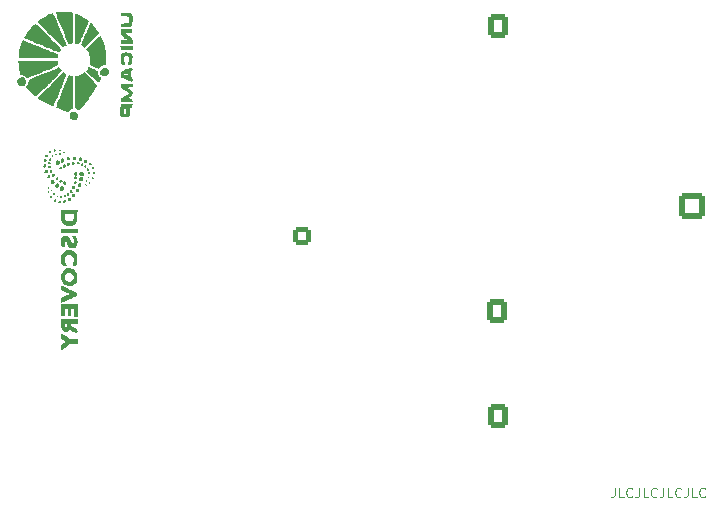
<source format=gbo>
G04 #@! TF.GenerationSoftware,KiCad,Pcbnew,9.0.1*
G04 #@! TF.CreationDate,2025-05-08T00:01:32-03:00*
G04 #@! TF.ProjectId,Controlador,436f6e74-726f-46c6-9164-6f722e6b6963,rev?*
G04 #@! TF.SameCoordinates,Original*
G04 #@! TF.FileFunction,Legend,Bot*
G04 #@! TF.FilePolarity,Positive*
%FSLAX46Y46*%
G04 Gerber Fmt 4.6, Leading zero omitted, Abs format (unit mm)*
G04 Created by KiCad (PCBNEW 9.0.1) date 2025-05-08 00:01:32*
%MOMM*%
%LPD*%
G01*
G04 APERTURE LIST*
G04 Aperture macros list*
%AMRoundRect*
0 Rectangle with rounded corners*
0 $1 Rounding radius*
0 $2 $3 $4 $5 $6 $7 $8 $9 X,Y pos of 4 corners*
0 Add a 4 corners polygon primitive as box body*
4,1,4,$2,$3,$4,$5,$6,$7,$8,$9,$2,$3,0*
0 Add four circle primitives for the rounded corners*
1,1,$1+$1,$2,$3*
1,1,$1+$1,$4,$5*
1,1,$1+$1,$6,$7*
1,1,$1+$1,$8,$9*
0 Add four rect primitives between the rounded corners*
20,1,$1+$1,$2,$3,$4,$5,0*
20,1,$1+$1,$4,$5,$6,$7,0*
20,1,$1+$1,$6,$7,$8,$9,0*
20,1,$1+$1,$8,$9,$2,$3,0*%
G04 Aperture macros list end*
%ADD10C,0.100000*%
%ADD11C,0.000000*%
%ADD12C,3.000000*%
%ADD13RoundRect,0.250000X-0.600000X-0.725000X0.600000X-0.725000X0.600000X0.725000X-0.600000X0.725000X0*%
%ADD14O,1.700000X1.950000*%
%ADD15C,1.100000*%
%ADD16RoundRect,0.249999X0.850001X-0.850001X0.850001X0.850001X-0.850001X0.850001X-0.850001X-0.850001X0*%
%ADD17C,2.200000*%
%ADD18R,2.000000X2.000000*%
%ADD19C,2.000000*%
%ADD20R,1.700000X1.700000*%
%ADD21C,1.700000*%
%ADD22RoundRect,0.250000X-0.550000X-0.550000X0.550000X-0.550000X0.550000X0.550000X-0.550000X0.550000X0*%
%ADD23C,1.600000*%
G04 APERTURE END LIST*
D10*
X82399836Y-73391895D02*
X82399836Y-73963323D01*
X82399836Y-73963323D02*
X82361741Y-74077609D01*
X82361741Y-74077609D02*
X82285550Y-74153800D01*
X82285550Y-74153800D02*
X82171265Y-74191895D01*
X82171265Y-74191895D02*
X82095074Y-74191895D01*
X83161741Y-74191895D02*
X82780789Y-74191895D01*
X82780789Y-74191895D02*
X82780789Y-73391895D01*
X83885551Y-74115704D02*
X83847455Y-74153800D01*
X83847455Y-74153800D02*
X83733170Y-74191895D01*
X83733170Y-74191895D02*
X83656979Y-74191895D01*
X83656979Y-74191895D02*
X83542693Y-74153800D01*
X83542693Y-74153800D02*
X83466503Y-74077609D01*
X83466503Y-74077609D02*
X83428408Y-74001419D01*
X83428408Y-74001419D02*
X83390312Y-73849038D01*
X83390312Y-73849038D02*
X83390312Y-73734752D01*
X83390312Y-73734752D02*
X83428408Y-73582371D01*
X83428408Y-73582371D02*
X83466503Y-73506180D01*
X83466503Y-73506180D02*
X83542693Y-73429990D01*
X83542693Y-73429990D02*
X83656979Y-73391895D01*
X83656979Y-73391895D02*
X83733170Y-73391895D01*
X83733170Y-73391895D02*
X83847455Y-73429990D01*
X83847455Y-73429990D02*
X83885551Y-73468085D01*
X84456979Y-73391895D02*
X84456979Y-73963323D01*
X84456979Y-73963323D02*
X84418884Y-74077609D01*
X84418884Y-74077609D02*
X84342693Y-74153800D01*
X84342693Y-74153800D02*
X84228408Y-74191895D01*
X84228408Y-74191895D02*
X84152217Y-74191895D01*
X85218884Y-74191895D02*
X84837932Y-74191895D01*
X84837932Y-74191895D02*
X84837932Y-73391895D01*
X85942694Y-74115704D02*
X85904598Y-74153800D01*
X85904598Y-74153800D02*
X85790313Y-74191895D01*
X85790313Y-74191895D02*
X85714122Y-74191895D01*
X85714122Y-74191895D02*
X85599836Y-74153800D01*
X85599836Y-74153800D02*
X85523646Y-74077609D01*
X85523646Y-74077609D02*
X85485551Y-74001419D01*
X85485551Y-74001419D02*
X85447455Y-73849038D01*
X85447455Y-73849038D02*
X85447455Y-73734752D01*
X85447455Y-73734752D02*
X85485551Y-73582371D01*
X85485551Y-73582371D02*
X85523646Y-73506180D01*
X85523646Y-73506180D02*
X85599836Y-73429990D01*
X85599836Y-73429990D02*
X85714122Y-73391895D01*
X85714122Y-73391895D02*
X85790313Y-73391895D01*
X85790313Y-73391895D02*
X85904598Y-73429990D01*
X85904598Y-73429990D02*
X85942694Y-73468085D01*
X86514122Y-73391895D02*
X86514122Y-73963323D01*
X86514122Y-73963323D02*
X86476027Y-74077609D01*
X86476027Y-74077609D02*
X86399836Y-74153800D01*
X86399836Y-74153800D02*
X86285551Y-74191895D01*
X86285551Y-74191895D02*
X86209360Y-74191895D01*
X87276027Y-74191895D02*
X86895075Y-74191895D01*
X86895075Y-74191895D02*
X86895075Y-73391895D01*
X87999837Y-74115704D02*
X87961741Y-74153800D01*
X87961741Y-74153800D02*
X87847456Y-74191895D01*
X87847456Y-74191895D02*
X87771265Y-74191895D01*
X87771265Y-74191895D02*
X87656979Y-74153800D01*
X87656979Y-74153800D02*
X87580789Y-74077609D01*
X87580789Y-74077609D02*
X87542694Y-74001419D01*
X87542694Y-74001419D02*
X87504598Y-73849038D01*
X87504598Y-73849038D02*
X87504598Y-73734752D01*
X87504598Y-73734752D02*
X87542694Y-73582371D01*
X87542694Y-73582371D02*
X87580789Y-73506180D01*
X87580789Y-73506180D02*
X87656979Y-73429990D01*
X87656979Y-73429990D02*
X87771265Y-73391895D01*
X87771265Y-73391895D02*
X87847456Y-73391895D01*
X87847456Y-73391895D02*
X87961741Y-73429990D01*
X87961741Y-73429990D02*
X87999837Y-73468085D01*
X88571265Y-73391895D02*
X88571265Y-73963323D01*
X88571265Y-73963323D02*
X88533170Y-74077609D01*
X88533170Y-74077609D02*
X88456979Y-74153800D01*
X88456979Y-74153800D02*
X88342694Y-74191895D01*
X88342694Y-74191895D02*
X88266503Y-74191895D01*
X89333170Y-74191895D02*
X88952218Y-74191895D01*
X88952218Y-74191895D02*
X88952218Y-73391895D01*
X90056980Y-74115704D02*
X90018884Y-74153800D01*
X90018884Y-74153800D02*
X89904599Y-74191895D01*
X89904599Y-74191895D02*
X89828408Y-74191895D01*
X89828408Y-74191895D02*
X89714122Y-74153800D01*
X89714122Y-74153800D02*
X89637932Y-74077609D01*
X89637932Y-74077609D02*
X89599837Y-74001419D01*
X89599837Y-74001419D02*
X89561741Y-73849038D01*
X89561741Y-73849038D02*
X89561741Y-73734752D01*
X89561741Y-73734752D02*
X89599837Y-73582371D01*
X89599837Y-73582371D02*
X89637932Y-73506180D01*
X89637932Y-73506180D02*
X89714122Y-73429990D01*
X89714122Y-73429990D02*
X89828408Y-73391895D01*
X89828408Y-73391895D02*
X89904599Y-73391895D01*
X89904599Y-73391895D02*
X90018884Y-73429990D01*
X90018884Y-73429990D02*
X90056980Y-73468085D01*
D11*
G36*
X33443333Y-33803166D02*
G01*
X33422166Y-33824333D01*
X33400999Y-33803166D01*
X33422166Y-33782000D01*
X33443333Y-33803166D01*
G37*
G36*
X33485666Y-33887833D02*
G01*
X33464499Y-33909000D01*
X33443333Y-33887833D01*
X33464499Y-33866666D01*
X33485666Y-33887833D01*
G37*
G36*
X33654999Y-34141833D02*
G01*
X33633833Y-34163000D01*
X33612666Y-34141833D01*
X33633833Y-34120666D01*
X33654999Y-34141833D01*
G37*
G36*
X33993666Y-34480500D02*
G01*
X33972499Y-34501666D01*
X33951333Y-34480500D01*
X33972499Y-34459333D01*
X33993666Y-34480500D01*
G37*
G36*
X34332333Y-34819166D02*
G01*
X34311166Y-34840333D01*
X34289999Y-34819166D01*
X34311166Y-34798000D01*
X34332333Y-34819166D01*
G37*
G36*
X39031333Y-35115500D02*
G01*
X39010167Y-35136666D01*
X38989000Y-35115500D01*
X39010167Y-35094333D01*
X39031333Y-35115500D01*
G37*
G36*
X34670999Y-35157833D02*
G01*
X34649833Y-35179000D01*
X34628666Y-35157833D01*
X34649833Y-35136666D01*
X34670999Y-35157833D01*
G37*
G36*
X35009666Y-35496500D02*
G01*
X34988499Y-35517666D01*
X34967333Y-35496500D01*
X34988499Y-35475333D01*
X35009666Y-35496500D01*
G37*
G36*
X35178999Y-35665833D02*
G01*
X35157833Y-35687000D01*
X35136666Y-35665833D01*
X35157833Y-35644666D01*
X35178999Y-35665833D01*
G37*
G36*
X35348333Y-35835166D02*
G01*
X35327166Y-35856333D01*
X35305999Y-35835166D01*
X35327166Y-35814000D01*
X35348333Y-35835166D01*
G37*
G36*
X36787666Y-36046833D02*
G01*
X36766499Y-36068000D01*
X36745333Y-36046833D01*
X36766499Y-36025666D01*
X36787666Y-36046833D01*
G37*
G36*
X35644666Y-36258500D02*
G01*
X35623499Y-36279666D01*
X35602333Y-36258500D01*
X35623499Y-36237333D01*
X35644666Y-36258500D01*
G37*
G36*
X37507333Y-36385500D02*
G01*
X37486167Y-36406666D01*
X37465000Y-36385500D01*
X37486167Y-36364333D01*
X37507333Y-36385500D01*
G37*
G36*
X35136666Y-37782500D02*
G01*
X35115499Y-37803667D01*
X35094333Y-37782500D01*
X35115499Y-37761333D01*
X35136666Y-37782500D01*
G37*
G36*
X37592000Y-38078833D02*
G01*
X37570833Y-38100000D01*
X37549667Y-38078833D01*
X37570833Y-38057667D01*
X37592000Y-38078833D01*
G37*
G36*
X37676667Y-38205833D02*
G01*
X37655500Y-38227000D01*
X37634333Y-38205833D01*
X37655500Y-38184667D01*
X37676667Y-38205833D01*
G37*
G36*
X39031333Y-38586833D02*
G01*
X39010167Y-38608000D01*
X38989000Y-38586833D01*
X39010167Y-38565667D01*
X39031333Y-38586833D01*
G37*
G36*
X33189333Y-40237833D02*
G01*
X33168166Y-40259000D01*
X33146999Y-40237833D01*
X33168166Y-40216667D01*
X33189333Y-40237833D01*
G37*
G36*
X33189333Y-40364833D02*
G01*
X33168166Y-40386000D01*
X33146999Y-40364833D01*
X33168166Y-40343667D01*
X33189333Y-40364833D01*
G37*
G36*
X34924999Y-41169167D02*
G01*
X34903833Y-41190333D01*
X34882666Y-41169167D01*
X34903833Y-41148000D01*
X34924999Y-41169167D01*
G37*
G36*
X36829999Y-41423167D02*
G01*
X36808833Y-41444333D01*
X36787666Y-41423167D01*
X36808833Y-41402000D01*
X36829999Y-41423167D01*
G37*
G36*
X41444333Y-42142833D02*
G01*
X41423167Y-42164000D01*
X41402000Y-42142833D01*
X41423167Y-42121667D01*
X41444333Y-42142833D01*
G37*
G36*
X41571333Y-36175176D02*
G01*
X41571333Y-36324686D01*
X41073917Y-36312760D01*
X40576500Y-36300833D01*
X40563234Y-36163250D01*
X40549969Y-36025666D01*
X41060651Y-36025666D01*
X41571333Y-36025666D01*
X41571333Y-36175176D01*
G37*
G36*
X36718612Y-41551836D02*
G01*
X36862902Y-41625830D01*
X36956594Y-41753718D01*
X36991174Y-41878009D01*
X36973368Y-42028348D01*
X36875590Y-42167256D01*
X36795558Y-42231067D01*
X36643792Y-42286585D01*
X36493536Y-42276340D01*
X36363434Y-42207490D01*
X36272132Y-42087192D01*
X36238274Y-41922605D01*
X36238663Y-41904100D01*
X36279006Y-41728021D01*
X36382398Y-41606058D01*
X36544448Y-41543651D01*
X36546470Y-41543328D01*
X36718612Y-41551836D01*
G37*
G36*
X39356203Y-37852409D02*
G01*
X39486206Y-37961074D01*
X39490543Y-37966515D01*
X39568981Y-38121139D01*
X39562816Y-38277680D01*
X39472070Y-38435419D01*
X39362311Y-38532820D01*
X39237134Y-38565667D01*
X39176538Y-38561024D01*
X39034850Y-38521169D01*
X38914038Y-38453360D01*
X38845963Y-38373270D01*
X38835034Y-38341753D01*
X38816242Y-38172505D01*
X38859668Y-38025484D01*
X38950344Y-37910328D01*
X39073304Y-37836672D01*
X39213579Y-37814154D01*
X39356203Y-37852409D01*
G37*
G36*
X32415596Y-38644892D02*
G01*
X32441762Y-38661241D01*
X32443493Y-38694618D01*
X32488134Y-38759515D01*
X32534482Y-38840533D01*
X32553146Y-38979805D01*
X32530032Y-39130346D01*
X32466593Y-39258458D01*
X32442862Y-39286521D01*
X32349011Y-39352108D01*
X32216056Y-39370000D01*
X32147577Y-39368713D01*
X32010368Y-39348553D01*
X31920380Y-39294024D01*
X31851582Y-39192447D01*
X31806534Y-39051853D01*
X31823243Y-38897142D01*
X31908186Y-38768412D01*
X32052452Y-38678137D01*
X32247132Y-38638787D01*
X32327079Y-38637550D01*
X32415596Y-38644892D01*
G37*
G36*
X38243253Y-34207899D02*
G01*
X38365176Y-34346186D01*
X38496842Y-34509052D01*
X38598700Y-34649073D01*
X38657486Y-34740288D01*
X38713399Y-34833792D01*
X38735000Y-34879888D01*
X38733357Y-34883367D01*
X38691902Y-34932123D01*
X38601296Y-35028941D01*
X38470484Y-35164527D01*
X38308408Y-35329586D01*
X38124012Y-35514825D01*
X37513025Y-36124723D01*
X37366616Y-36013052D01*
X37220207Y-35901380D01*
X37555294Y-35085106D01*
X37576021Y-35034645D01*
X37680217Y-34781784D01*
X37776458Y-34549509D01*
X37858723Y-34352267D01*
X37920992Y-34204504D01*
X37957244Y-34120666D01*
X38024107Y-33972500D01*
X38243253Y-34207899D01*
G37*
G36*
X36798249Y-33255501D02*
G01*
X36899404Y-33294646D01*
X37062272Y-33369897D01*
X37255535Y-33467291D01*
X37456828Y-33575517D01*
X37643789Y-33683260D01*
X37730122Y-33736838D01*
X37820971Y-33803884D01*
X37855546Y-33854161D01*
X37846052Y-33900796D01*
X37818454Y-33960571D01*
X37764932Y-34085584D01*
X37691349Y-34261870D01*
X37603435Y-34475697D01*
X37506923Y-34713333D01*
X37456455Y-34838577D01*
X37334768Y-35141762D01*
X37239303Y-35377742D01*
X37164882Y-35554390D01*
X37106326Y-35679576D01*
X37058459Y-35761172D01*
X37016104Y-35807052D01*
X36974083Y-35825086D01*
X36927218Y-35823146D01*
X36870333Y-35809105D01*
X36798249Y-35790835D01*
X36703000Y-35770053D01*
X36703000Y-34498007D01*
X36703000Y-33225961D01*
X36798249Y-33255501D01*
G37*
G36*
X35275678Y-37412083D02*
G01*
X35288840Y-37500054D01*
X35299078Y-37570833D01*
X35280697Y-37585597D01*
X35195496Y-37630596D01*
X35050871Y-37699663D01*
X34857820Y-37788023D01*
X34627344Y-37890902D01*
X34370442Y-38003526D01*
X34098112Y-38121118D01*
X33821355Y-38238907D01*
X33551170Y-38352116D01*
X33298556Y-38455971D01*
X33074512Y-38545698D01*
X32890039Y-38616522D01*
X32654245Y-38704064D01*
X32542713Y-38592532D01*
X32488353Y-38542693D01*
X32412349Y-38498010D01*
X32310630Y-38474507D01*
X32153728Y-38462318D01*
X32125044Y-38452295D01*
X32067279Y-38370146D01*
X32016649Y-38204977D01*
X31973036Y-37956332D01*
X31936321Y-37623750D01*
X31907160Y-37295666D01*
X33582601Y-37295666D01*
X35258042Y-37295666D01*
X35275678Y-37412083D01*
G37*
G36*
X36321136Y-38503183D02*
G01*
X36336797Y-38506195D01*
X36441539Y-38530318D01*
X36501594Y-38550842D01*
X36506023Y-38566534D01*
X36513475Y-38654988D01*
X36520107Y-38812177D01*
X36525681Y-39027882D01*
X36529958Y-39291881D01*
X36532699Y-39593954D01*
X36533666Y-39923880D01*
X36533666Y-41277096D01*
X36417249Y-41321201D01*
X36314631Y-41374064D01*
X36202848Y-41457101D01*
X36104864Y-41548896D01*
X35615639Y-41380886D01*
X35609064Y-41378624D01*
X35419878Y-41310213D01*
X35262471Y-41247178D01*
X35153095Y-41196434D01*
X35108002Y-41164895D01*
X35113099Y-41136261D01*
X35145672Y-41036063D01*
X35204565Y-40874015D01*
X35286170Y-40659557D01*
X35386878Y-40402130D01*
X35503081Y-40111174D01*
X35631171Y-39796130D01*
X36172751Y-38475345D01*
X36321136Y-38503183D01*
G37*
G36*
X37879072Y-37767325D02*
G01*
X37958678Y-37799655D01*
X38088261Y-37853713D01*
X38250546Y-37922333D01*
X38326721Y-37954791D01*
X38474505Y-38020418D01*
X38565659Y-38070711D01*
X38615519Y-38118446D01*
X38639418Y-38176396D01*
X38652692Y-38257336D01*
X38660241Y-38303357D01*
X38729957Y-38493491D01*
X38851417Y-38620687D01*
X38873783Y-38637781D01*
X38904451Y-38684187D01*
X38903703Y-38690485D01*
X38879055Y-38755015D01*
X38830557Y-38853129D01*
X38773220Y-38957296D01*
X38722056Y-39039986D01*
X38692077Y-39073667D01*
X38670216Y-39057292D01*
X38596545Y-38989966D01*
X38481361Y-38879682D01*
X38334924Y-38736298D01*
X38167494Y-38569671D01*
X37664811Y-38065676D01*
X37758858Y-37913504D01*
X37783151Y-37874707D01*
X37836619Y-37793622D01*
X37862415Y-37761333D01*
X37879072Y-37767325D01*
G37*
G36*
X38042637Y-38741123D02*
G01*
X38185894Y-38885529D01*
X38337458Y-39042050D01*
X38457757Y-39170552D01*
X38537068Y-39260609D01*
X38565667Y-39301797D01*
X38551494Y-39352110D01*
X38495293Y-39468191D01*
X38404003Y-39629634D01*
X38285869Y-39823354D01*
X38149142Y-40036269D01*
X38002067Y-40255294D01*
X37852892Y-40467347D01*
X37709866Y-40659344D01*
X37634894Y-40754301D01*
X37515455Y-40900097D01*
X37388203Y-41050772D01*
X37265415Y-41192236D01*
X37159367Y-41310401D01*
X37082337Y-41391180D01*
X37046602Y-41420483D01*
X37036903Y-41418108D01*
X36967171Y-41391585D01*
X36861750Y-41345832D01*
X36703000Y-41273864D01*
X36703000Y-39904009D01*
X36703000Y-38534154D01*
X36882917Y-38505499D01*
X36971908Y-38483878D01*
X37133546Y-38424597D01*
X37291220Y-38348096D01*
X37519608Y-38219349D01*
X38042637Y-38741123D01*
G37*
G36*
X35697773Y-33110656D02*
G01*
X35911212Y-33115337D01*
X36114181Y-33123134D01*
X36288739Y-33133695D01*
X36416948Y-33146668D01*
X36480869Y-33161699D01*
X36495008Y-33186154D01*
X36507994Y-33254170D01*
X36517987Y-33371731D01*
X36525269Y-33545858D01*
X36530122Y-33783572D01*
X36532827Y-34091895D01*
X36533666Y-34477849D01*
X36533666Y-35761367D01*
X36355115Y-35806688D01*
X36306189Y-35818619D01*
X36209469Y-35838583D01*
X36166257Y-35841701D01*
X36155064Y-35817458D01*
X36114629Y-35723538D01*
X36048466Y-35567459D01*
X35960391Y-35358291D01*
X35854224Y-35105109D01*
X35733782Y-34816983D01*
X35602883Y-34502987D01*
X35585670Y-34461602D01*
X35429839Y-34082513D01*
X35301372Y-33761442D01*
X35201711Y-33502241D01*
X35132301Y-33308764D01*
X35094586Y-33184862D01*
X35090009Y-33134390D01*
X35098086Y-33130135D01*
X35174019Y-33118831D01*
X35311238Y-33112051D01*
X35491802Y-33109443D01*
X35697773Y-33110656D01*
G37*
G36*
X41205083Y-33153526D02*
G01*
X41340147Y-33168996D01*
X41434095Y-33202110D01*
X41504873Y-33255920D01*
X41504946Y-33255994D01*
X41537109Y-33308454D01*
X41557508Y-33398618D01*
X41568223Y-33542082D01*
X41571333Y-33754437D01*
X41570909Y-33883244D01*
X41563227Y-34086563D01*
X41536957Y-34224304D01*
X41480730Y-34309226D01*
X41383176Y-34354088D01*
X41232922Y-34371648D01*
X41018599Y-34374666D01*
X40921027Y-34374602D01*
X40763278Y-34372638D01*
X40667570Y-34364976D01*
X40618400Y-34347720D01*
X40600266Y-34316971D01*
X40597667Y-34268833D01*
X40597546Y-34194487D01*
X40597139Y-34131250D01*
X40599449Y-34127284D01*
X40655329Y-34109456D01*
X40770677Y-34092050D01*
X40925222Y-34078333D01*
X41253833Y-34057166D01*
X41253833Y-33782000D01*
X41253833Y-33506833D01*
X40915166Y-33485666D01*
X40576500Y-33464500D01*
X40576500Y-33316333D01*
X40576500Y-33168166D01*
X40915024Y-33155614D01*
X41010956Y-33152648D01*
X41205083Y-33153526D01*
G37*
G36*
X32605730Y-35609200D02*
G01*
X32626963Y-35618241D01*
X32926974Y-35745106D01*
X33240686Y-35876329D01*
X33557903Y-36007782D01*
X33868431Y-36135333D01*
X34162076Y-36254853D01*
X34428644Y-36362210D01*
X34657939Y-36453276D01*
X34839768Y-36523920D01*
X34963937Y-36570011D01*
X35020249Y-36587420D01*
X35059140Y-36595190D01*
X35094333Y-36622752D01*
X35121316Y-36648597D01*
X35200734Y-36678193D01*
X35255422Y-36699758D01*
X35286801Y-36748399D01*
X35280981Y-36838635D01*
X35240292Y-36988750D01*
X35240026Y-36989485D01*
X35215879Y-37003371D01*
X35151836Y-37014748D01*
X35041503Y-37023818D01*
X34878484Y-37030784D01*
X34656386Y-37035849D01*
X34368813Y-37039216D01*
X34009369Y-37041087D01*
X33571661Y-37041666D01*
X31919333Y-37041666D01*
X31919333Y-36940509D01*
X31920580Y-36895777D01*
X31944650Y-36690838D01*
X31995251Y-36436126D01*
X32066960Y-36153604D01*
X32154356Y-35865237D01*
X32252014Y-35592989D01*
X32297294Y-35477812D01*
X32605730Y-35609200D01*
G37*
G36*
X35832825Y-38292200D02*
G01*
X35865508Y-38310534D01*
X35949622Y-38366476D01*
X35983333Y-38403912D01*
X35969178Y-38448135D01*
X35926732Y-38560204D01*
X35860569Y-38728454D01*
X35775298Y-38941657D01*
X35675529Y-39188588D01*
X35565871Y-39458022D01*
X35450936Y-39738731D01*
X35335333Y-40019490D01*
X35223672Y-40289074D01*
X35120562Y-40536255D01*
X35030615Y-40749808D01*
X34958440Y-40918507D01*
X34908647Y-41031126D01*
X34885847Y-41076439D01*
X34847891Y-41074071D01*
X34747595Y-41040051D01*
X34601497Y-40979411D01*
X34425007Y-40899393D01*
X34233535Y-40807233D01*
X34042489Y-40710172D01*
X33867279Y-40615448D01*
X33723313Y-40530301D01*
X33669732Y-40493936D01*
X33572760Y-40406702D01*
X33540159Y-40336764D01*
X33546720Y-40299433D01*
X33566701Y-40283591D01*
X33592974Y-40265872D01*
X33672991Y-40194967D01*
X33799688Y-40076371D01*
X33966150Y-39916723D01*
X34165464Y-39722660D01*
X34390715Y-39500823D01*
X34634989Y-39257848D01*
X35682318Y-38211147D01*
X35832825Y-38292200D01*
G37*
G36*
X38881418Y-35118430D02*
G01*
X38939312Y-35210862D01*
X39007243Y-35358358D01*
X39079447Y-35545718D01*
X39150162Y-35757743D01*
X39213625Y-35979237D01*
X39264075Y-36195000D01*
X39274356Y-36253107D01*
X39297010Y-36444801D01*
X39313329Y-36676052D01*
X39322611Y-36922132D01*
X39324154Y-37158310D01*
X39317253Y-37359857D01*
X39301208Y-37502042D01*
X39281014Y-37575842D01*
X39233265Y-37623854D01*
X39133348Y-37634333D01*
X38994508Y-37663955D01*
X38841575Y-37766361D01*
X38691203Y-37898389D01*
X38321518Y-37750828D01*
X37951833Y-37603267D01*
X37966590Y-37325147D01*
X37970646Y-37151951D01*
X37962666Y-36971739D01*
X37942981Y-36831628D01*
X37913814Y-36746423D01*
X37877387Y-36730931D01*
X37852666Y-36735845D01*
X37860213Y-36684689D01*
X37863796Y-36671485D01*
X37845442Y-36571264D01*
X37766468Y-36428876D01*
X37644123Y-36247594D01*
X38221859Y-35670963D01*
X38236636Y-35656231D01*
X38417310Y-35478596D01*
X38578676Y-35324345D01*
X38710716Y-35202723D01*
X38803413Y-35122971D01*
X38846751Y-35094333D01*
X38881418Y-35118430D01*
G37*
G36*
X41324531Y-34550612D02*
G01*
X41453294Y-34555049D01*
X41518258Y-34563309D01*
X41556085Y-34609314D01*
X41563454Y-34723625D01*
X41560566Y-34752170D01*
X41546667Y-34815690D01*
X41509469Y-34850891D01*
X41428598Y-34869356D01*
X41283678Y-34882666D01*
X41017189Y-34903833D01*
X41293541Y-35136666D01*
X41299408Y-35141610D01*
X41430991Y-35254491D01*
X41511044Y-35334825D01*
X41552425Y-35403732D01*
X41567995Y-35482333D01*
X41570613Y-35591750D01*
X41571333Y-35814000D01*
X41084500Y-35814000D01*
X40597667Y-35814000D01*
X40597667Y-35645807D01*
X40597667Y-35477615D01*
X40892154Y-35487057D01*
X41186641Y-35496500D01*
X41072070Y-35405059D01*
X41029636Y-35373260D01*
X40954372Y-35340206D01*
X40894000Y-35362726D01*
X40879301Y-35373951D01*
X40851496Y-35389510D01*
X40882084Y-35345600D01*
X40893295Y-35329070D01*
X40899090Y-35281514D01*
X40856523Y-35221114D01*
X40755084Y-35130032D01*
X40678161Y-35063174D01*
X40610523Y-34984304D01*
X40582709Y-34898869D01*
X40577876Y-34772931D01*
X40579253Y-34565166D01*
X41019514Y-34553017D01*
X41152768Y-34550427D01*
X41324531Y-34550612D01*
G37*
G36*
X40997000Y-40936333D02*
G01*
X41068378Y-40936333D01*
X41576444Y-40936333D01*
X41563305Y-41095083D01*
X41550383Y-41188806D01*
X41519027Y-41238215D01*
X41454917Y-41243749D01*
X41425389Y-41242065D01*
X41372191Y-41265616D01*
X41357524Y-41349582D01*
X41357190Y-41366942D01*
X41346852Y-41620321D01*
X41323172Y-41801509D01*
X41279474Y-41922072D01*
X41209083Y-41993574D01*
X41105324Y-42027579D01*
X40961522Y-42035654D01*
X40891031Y-42032329D01*
X40755303Y-42009993D01*
X40665513Y-41973510D01*
X40608847Y-41938624D01*
X40559680Y-41928592D01*
X40559422Y-41928727D01*
X40550674Y-41893663D01*
X40545460Y-41790104D01*
X40544181Y-41633775D01*
X40544501Y-41613517D01*
X40857978Y-41613517D01*
X40875386Y-41690794D01*
X40917210Y-41726142D01*
X40958432Y-41732669D01*
X41018488Y-41702397D01*
X41037969Y-41642874D01*
X41052262Y-41534287D01*
X41056649Y-41413744D01*
X41050161Y-41313127D01*
X41031825Y-41264318D01*
X40997000Y-41249819D01*
X40924512Y-41253902D01*
X40880682Y-41327220D01*
X40860021Y-41476557D01*
X40857978Y-41613517D01*
X40544501Y-41613517D01*
X40547239Y-41440403D01*
X40560312Y-40936333D01*
X40997000Y-40936333D01*
G37*
G36*
X34806348Y-33228258D02*
G01*
X34837038Y-33252676D01*
X34873091Y-33301815D01*
X34918362Y-33383322D01*
X34976705Y-33504843D01*
X35051973Y-33674025D01*
X35148020Y-33898514D01*
X35268700Y-34185957D01*
X35417868Y-34544000D01*
X35444679Y-34608395D01*
X35519481Y-34787575D01*
X35585392Y-34944821D01*
X35630629Y-35052000D01*
X35648244Y-35093432D01*
X35704497Y-35225975D01*
X35777176Y-35397405D01*
X35855018Y-35581166D01*
X35899016Y-35685154D01*
X35960467Y-35830699D01*
X36003581Y-35933218D01*
X36021004Y-35975248D01*
X36021147Y-35977699D01*
X35991275Y-35967075D01*
X35986493Y-35965171D01*
X35924261Y-35978505D01*
X35832525Y-36027556D01*
X35708166Y-36109293D01*
X34618083Y-35020035D01*
X34617936Y-35019889D01*
X34368803Y-34770228D01*
X34139693Y-34539252D01*
X33937276Y-34333793D01*
X33768226Y-34160685D01*
X33639215Y-34026759D01*
X33556915Y-33938848D01*
X33527999Y-33903785D01*
X33553895Y-33864114D01*
X33642702Y-33791660D01*
X33779875Y-33699741D01*
X33949933Y-33596978D01*
X34137396Y-33491994D01*
X34326784Y-33393409D01*
X34502617Y-33309846D01*
X34649413Y-33249925D01*
X34751693Y-33222269D01*
X34777168Y-33220916D01*
X34806348Y-33228258D01*
G37*
G36*
X41538935Y-37819608D02*
G01*
X41569640Y-37911337D01*
X41552968Y-38022488D01*
X41486667Y-38100000D01*
X41480184Y-38103608D01*
X41431809Y-38150186D01*
X41408217Y-38232678D01*
X41402000Y-38375167D01*
X41402051Y-38392793D01*
X41409671Y-38528202D01*
X41435407Y-38606021D01*
X41486667Y-38650333D01*
X41546679Y-38709867D01*
X41571333Y-38835267D01*
X41571296Y-38843077D01*
X41563850Y-38943902D01*
X41547384Y-38998838D01*
X41509515Y-38991549D01*
X41411083Y-38958515D01*
X41271131Y-38906684D01*
X41108432Y-38843491D01*
X40941763Y-38776374D01*
X40789897Y-38712770D01*
X40671610Y-38660114D01*
X40605678Y-38625842D01*
X40599907Y-38604400D01*
X40591223Y-38518583D01*
X40584511Y-38391307D01*
X40584456Y-38389759D01*
X40830500Y-38389759D01*
X40953016Y-38436651D01*
X41048940Y-38475803D01*
X41111766Y-38505936D01*
X41113849Y-38507010D01*
X41138038Y-38481631D01*
X41148000Y-38398832D01*
X41147199Y-38322324D01*
X41132114Y-38280007D01*
X41081227Y-38285264D01*
X40972943Y-38329546D01*
X40830500Y-38389759D01*
X40584456Y-38389759D01*
X40576500Y-38165648D01*
X41042167Y-37968848D01*
X41132114Y-37931889D01*
X41198011Y-37904812D01*
X41378343Y-37838744D01*
X41490655Y-37810742D01*
X41538935Y-37819608D01*
G37*
G36*
X33395694Y-34103963D02*
G01*
X33482301Y-34183061D01*
X33615242Y-34309020D01*
X33787559Y-34475128D01*
X33992294Y-34674676D01*
X34222488Y-34900953D01*
X34471183Y-35147250D01*
X34705993Y-35380860D01*
X34935319Y-35609495D01*
X35138446Y-35812509D01*
X35308593Y-35983101D01*
X35438976Y-36114470D01*
X35522814Y-36199815D01*
X35553325Y-36232336D01*
X35552527Y-36239656D01*
X35524797Y-36299479D01*
X35469733Y-36394559D01*
X35467630Y-36397943D01*
X35384074Y-36498972D01*
X35310983Y-36520635D01*
X35309529Y-36520189D01*
X35248276Y-36497039D01*
X35120733Y-36446186D01*
X34938007Y-36372217D01*
X34711209Y-36279719D01*
X34451448Y-36173279D01*
X34169833Y-36057484D01*
X33877473Y-35936921D01*
X33585477Y-35816177D01*
X33304954Y-35699840D01*
X33047014Y-35592496D01*
X32822766Y-35498732D01*
X32643320Y-35423137D01*
X32519782Y-35370294D01*
X32463265Y-35344794D01*
X32458758Y-35342367D01*
X32419068Y-35310724D01*
X32420827Y-35262504D01*
X32464185Y-35169165D01*
X32467573Y-35162606D01*
X32552487Y-35018634D01*
X32667332Y-34850096D01*
X32800996Y-34670480D01*
X32942369Y-34493276D01*
X33080340Y-34331971D01*
X33203798Y-34200053D01*
X33301633Y-34111011D01*
X33362735Y-34078333D01*
X33395694Y-34103963D01*
G37*
G36*
X40646561Y-39193663D02*
G01*
X40755227Y-39197289D01*
X40914487Y-39199756D01*
X41105667Y-39200667D01*
X41571333Y-39200667D01*
X41571333Y-39348833D01*
X41571333Y-39497000D01*
X41327917Y-39498413D01*
X41084500Y-39499826D01*
X41327917Y-39652890D01*
X41376649Y-39683708D01*
X41486050Y-39758785D01*
X41544197Y-39819641D01*
X41567241Y-39888479D01*
X41571333Y-39987501D01*
X41571332Y-39991789D01*
X41566520Y-40094252D01*
X41540296Y-40161379D01*
X41474666Y-40217791D01*
X41351635Y-40288108D01*
X41131938Y-40407167D01*
X41341052Y-40428333D01*
X41433071Y-40438986D01*
X41514147Y-40460786D01*
X41549823Y-40504600D01*
X41563432Y-40587083D01*
X41576698Y-40724667D01*
X41067304Y-40724667D01*
X40557911Y-40724667D01*
X40563628Y-40572609D01*
X40565551Y-40521968D01*
X40573293Y-40472564D01*
X40597309Y-40428450D01*
X40648652Y-40379510D01*
X40738372Y-40315626D01*
X40877523Y-40226684D01*
X41077156Y-40102567D01*
X41281478Y-39975650D01*
X41055989Y-39835564D01*
X40873075Y-39722037D01*
X40729834Y-39631032D01*
X40637538Y-39565621D01*
X40585534Y-39515250D01*
X40563170Y-39469364D01*
X40559794Y-39417411D01*
X40564754Y-39348833D01*
X40568357Y-39309752D01*
X40585897Y-39220605D01*
X40608250Y-39190083D01*
X40646561Y-39193663D01*
G37*
G36*
X41063825Y-36533674D02*
G01*
X41226890Y-36537370D01*
X41332297Y-36552260D01*
X41405399Y-36584864D01*
X41471554Y-36641705D01*
X41516949Y-36690798D01*
X41550575Y-36748089D01*
X41567019Y-36825540D01*
X41570412Y-36944610D01*
X41564880Y-37126753D01*
X41554164Y-37293693D01*
X41524601Y-37463903D01*
X41472493Y-37568510D01*
X41391647Y-37618153D01*
X41275872Y-37623476D01*
X41232880Y-37615934D01*
X41180159Y-37573778D01*
X41159849Y-37474104D01*
X41164899Y-37373048D01*
X41211894Y-37310824D01*
X41240022Y-37283187D01*
X41267941Y-37192706D01*
X41275238Y-37073565D01*
X41260971Y-36958638D01*
X41224200Y-36880800D01*
X41166570Y-36848481D01*
X41063333Y-36830000D01*
X41038912Y-36830666D01*
X40929573Y-36863298D01*
X40869815Y-36952607D01*
X40851667Y-37109104D01*
X40851770Y-37123703D01*
X40869040Y-37253619D01*
X40917565Y-37311895D01*
X40963424Y-37362071D01*
X40967886Y-37475175D01*
X40955184Y-37535094D01*
X40895426Y-37614953D01*
X40799980Y-37622681D01*
X40678916Y-37555478D01*
X40646819Y-37527236D01*
X40608689Y-37475320D01*
X40586225Y-37400197D01*
X40574477Y-37281381D01*
X40568498Y-37098389D01*
X40567042Y-37015630D01*
X40568569Y-36857604D01*
X40580454Y-36754561D01*
X40606362Y-36685374D01*
X40649960Y-36628916D01*
X40702386Y-36582679D01*
X40774085Y-36551669D01*
X40882478Y-36537222D01*
X41051470Y-36533666D01*
X41063825Y-36533674D01*
G37*
G36*
X35460617Y-37912821D02*
G01*
X35476433Y-37932877D01*
X35535697Y-38014514D01*
X35559789Y-38059258D01*
X35559730Y-38059887D01*
X35529478Y-38100988D01*
X35454455Y-38182916D01*
X35350234Y-38288627D01*
X35344630Y-38294172D01*
X35245352Y-38402340D01*
X35181448Y-38490857D01*
X35166521Y-38541036D01*
X35174392Y-38558166D01*
X35156703Y-38554222D01*
X35133055Y-38551936D01*
X35064924Y-38589778D01*
X34979134Y-38661695D01*
X34896850Y-38747039D01*
X34839238Y-38825163D01*
X34827460Y-38875420D01*
X34834463Y-38890686D01*
X34811420Y-38891461D01*
X34788564Y-38892388D01*
X34720121Y-38933604D01*
X34633574Y-39007194D01*
X34550357Y-39092329D01*
X34491901Y-39168180D01*
X34479638Y-39213917D01*
X34484269Y-39220567D01*
X34472583Y-39220972D01*
X34451121Y-39221153D01*
X34385494Y-39262642D01*
X34301751Y-39337979D01*
X34220723Y-39425731D01*
X34163238Y-39504467D01*
X34150127Y-39552753D01*
X34157180Y-39568016D01*
X34134721Y-39569187D01*
X34134690Y-39569167D01*
X34090489Y-39587548D01*
X34000886Y-39656287D01*
X33878895Y-39764503D01*
X33737531Y-39901312D01*
X33597533Y-40038640D01*
X33474206Y-40153143D01*
X33383199Y-40230556D01*
X33337787Y-40259000D01*
X33308660Y-40247626D01*
X33225475Y-40186040D01*
X33111365Y-40084068D01*
X32981305Y-39956605D01*
X32850271Y-39818544D01*
X32733240Y-39684779D01*
X32645188Y-39570204D01*
X32588194Y-39479645D01*
X32553283Y-39404259D01*
X32560870Y-39379704D01*
X32586287Y-39374648D01*
X32644819Y-39315751D01*
X32703169Y-39213498D01*
X32747989Y-39093749D01*
X32765934Y-38982367D01*
X32767037Y-38956176D01*
X32784030Y-38903230D01*
X32833820Y-38856486D01*
X32931980Y-38804185D01*
X33094083Y-38734568D01*
X33099923Y-38732158D01*
X33301722Y-38648283D01*
X33516000Y-38558300D01*
X33697333Y-38481283D01*
X33699531Y-38480341D01*
X33903633Y-38393371D01*
X34140791Y-38293112D01*
X34392510Y-38187300D01*
X34640294Y-38083671D01*
X34865647Y-37989960D01*
X35050073Y-37913903D01*
X35175077Y-37863236D01*
X35361655Y-37789143D01*
X35460617Y-37912821D01*
G37*
G36*
X34767621Y-48168022D02*
G01*
X34798000Y-48221772D01*
X34786873Y-48260832D01*
X34723916Y-48277398D01*
X34670283Y-48250838D01*
X34667239Y-48202319D01*
X34732263Y-48165564D01*
X34767621Y-48168022D01*
G37*
G36*
X35502036Y-44784608D02*
G01*
X35517107Y-44847407D01*
X35483895Y-44903419D01*
X35462692Y-44909080D01*
X35393805Y-44889437D01*
X35361279Y-44841304D01*
X35385223Y-44785869D01*
X35456665Y-44760066D01*
X35502036Y-44784608D01*
G37*
G36*
X35471644Y-45033866D02*
G01*
X35513101Y-45090212D01*
X35507424Y-45154417D01*
X35456665Y-45184815D01*
X35430818Y-45181194D01*
X35367220Y-45138639D01*
X35363254Y-45079729D01*
X35408244Y-45031949D01*
X35471644Y-45033866D01*
G37*
G36*
X35156215Y-45113990D02*
G01*
X35170941Y-45174196D01*
X35154107Y-45213218D01*
X35094333Y-45248528D01*
X35059468Y-45237387D01*
X35017725Y-45174196D01*
X35024853Y-45121363D01*
X35094333Y-45099865D01*
X35156215Y-45113990D01*
G37*
G36*
X37895374Y-47023062D02*
G01*
X37930667Y-47074949D01*
X37914952Y-47112103D01*
X37846000Y-47138661D01*
X37796626Y-47126836D01*
X37761333Y-47074949D01*
X37777048Y-47037795D01*
X37846000Y-47011237D01*
X37895374Y-47023062D01*
G37*
G36*
X38241442Y-47111634D02*
G01*
X38269333Y-47184251D01*
X38258283Y-47229663D01*
X38208336Y-47259616D01*
X38147318Y-47238776D01*
X38107965Y-47170030D01*
X38114094Y-47119073D01*
X38181563Y-47096186D01*
X38241442Y-47111634D01*
G37*
G36*
X37741109Y-47325237D02*
G01*
X37761333Y-47389971D01*
X37749688Y-47442732D01*
X37694729Y-47478461D01*
X37672727Y-47474172D01*
X37642729Y-47429090D01*
X37655704Y-47364864D01*
X37708417Y-47319160D01*
X37741109Y-47325237D01*
G37*
G36*
X37975235Y-47501084D02*
G01*
X38005286Y-47541235D01*
X37987138Y-47601560D01*
X37916575Y-47640856D01*
X37878309Y-47638922D01*
X37846000Y-47590269D01*
X37852647Y-47549875D01*
X37902561Y-47494098D01*
X37975235Y-47501084D01*
G37*
G36*
X37649774Y-47663833D02*
G01*
X37676667Y-47736850D01*
X37674330Y-47762258D01*
X37641412Y-47805792D01*
X37592498Y-47789973D01*
X37557146Y-47719172D01*
X37559199Y-47680206D01*
X37610063Y-47648360D01*
X37649774Y-47663833D01*
G37*
G36*
X34474595Y-47932681D02*
G01*
X34498800Y-47974460D01*
X34491416Y-48041435D01*
X34438166Y-48073109D01*
X34408607Y-48066028D01*
X34374666Y-48011904D01*
X34381701Y-47971403D01*
X34422796Y-47922803D01*
X34474595Y-47932681D01*
G37*
G36*
X34518694Y-48274252D02*
G01*
X34543222Y-48315608D01*
X34529064Y-48382314D01*
X34459333Y-48412909D01*
X34409940Y-48401722D01*
X34374666Y-48353741D01*
X34398150Y-48300329D01*
X34459948Y-48262979D01*
X34518694Y-48274252D01*
G37*
G36*
X34984361Y-48444152D02*
G01*
X35008889Y-48485507D01*
X34994731Y-48552213D01*
X34925000Y-48582808D01*
X34875606Y-48571621D01*
X34840333Y-48523640D01*
X34863817Y-48470228D01*
X34925614Y-48432879D01*
X34984361Y-48444152D01*
G37*
G36*
X35278659Y-48654485D02*
G01*
X35296180Y-48684539D01*
X35279041Y-48747435D01*
X35207241Y-48787679D01*
X35160199Y-48781520D01*
X35136666Y-48713348D01*
X35148933Y-48662409D01*
X35206030Y-48624395D01*
X35278659Y-48654485D01*
G37*
G36*
X34732856Y-48681900D02*
G01*
X34755666Y-48749594D01*
X34740270Y-48809673D01*
X34667895Y-48837658D01*
X34622635Y-48826571D01*
X34592782Y-48776456D01*
X34613552Y-48715235D01*
X34682069Y-48675750D01*
X34732856Y-48681900D01*
G37*
G36*
X35062870Y-48977981D02*
G01*
X35094333Y-49047526D01*
X35074865Y-49129002D01*
X35015551Y-49163286D01*
X34937095Y-49122847D01*
X34897716Y-49054479D01*
X34922074Y-48990992D01*
X35012165Y-48965083D01*
X35062870Y-48977981D01*
G37*
G36*
X36914667Y-51662240D02*
G01*
X36914667Y-51853377D01*
X36216167Y-51853377D01*
X35517666Y-51853377D01*
X35517666Y-51662240D01*
X35517666Y-51471103D01*
X36216167Y-51471103D01*
X36914667Y-51471103D01*
X36914667Y-51662240D01*
G37*
G36*
X35810311Y-44948916D02*
G01*
X35825496Y-44960440D01*
X35856333Y-45014915D01*
X35842941Y-45054985D01*
X35783933Y-45085966D01*
X35717178Y-45062184D01*
X35707665Y-45050534D01*
X35702434Y-44988893D01*
X35745749Y-44943954D01*
X35810311Y-44948916D01*
G37*
G36*
X34390241Y-45214600D02*
G01*
X34412720Y-45270685D01*
X34386168Y-45345456D01*
X34315753Y-45390262D01*
X34254648Y-45386547D01*
X34193708Y-45331141D01*
X34192612Y-45241761D01*
X34232859Y-45201376D01*
X34315979Y-45185458D01*
X34390241Y-45214600D01*
G37*
G36*
X34854444Y-45255607D02*
G01*
X34869943Y-45276012D01*
X34877195Y-45353800D01*
X34823305Y-45410956D01*
X34796038Y-45418973D01*
X34733745Y-45398660D01*
X34713333Y-45305161D01*
X34726006Y-45259576D01*
X34783791Y-45226517D01*
X34854444Y-45255607D01*
G37*
G36*
X38013540Y-45885080D02*
G01*
X38078396Y-45928665D01*
X38097726Y-46001825D01*
X38060823Y-46068743D01*
X37973580Y-46098026D01*
X37903541Y-46084780D01*
X37853193Y-46019183D01*
X37855166Y-45943652D01*
X37911007Y-45882847D01*
X38013540Y-45885080D01*
G37*
G36*
X34644241Y-46149048D02*
G01*
X34666720Y-46205133D01*
X34640168Y-46279904D01*
X34569753Y-46324711D01*
X34508648Y-46320995D01*
X34447708Y-46265589D01*
X34446612Y-46176209D01*
X34486859Y-46135824D01*
X34569979Y-46119906D01*
X34644241Y-46149048D01*
G37*
G36*
X37826861Y-46347778D02*
G01*
X37869012Y-46382597D01*
X37886753Y-46457571D01*
X37849820Y-46520406D01*
X37786687Y-46530160D01*
X37711533Y-46496757D01*
X37676667Y-46435788D01*
X37681960Y-46402726D01*
X37736982Y-46345897D01*
X37826861Y-46347778D01*
G37*
G36*
X34734500Y-46474423D02*
G01*
X34780354Y-46509477D01*
X34792659Y-46586708D01*
X34739865Y-46666969D01*
X34654216Y-46696108D01*
X34577316Y-46662311D01*
X34544000Y-46580610D01*
X34560653Y-46519454D01*
X34632174Y-46467445D01*
X34734500Y-46474423D01*
G37*
G36*
X37929322Y-46649366D02*
G01*
X37962838Y-46700690D01*
X37953336Y-46778141D01*
X37898939Y-46830731D01*
X37878622Y-46833228D01*
X37830552Y-46798342D01*
X37811909Y-46729349D01*
X37836690Y-46663788D01*
X37860766Y-46647484D01*
X37929322Y-46649366D01*
G37*
G36*
X35875757Y-48609253D02*
G01*
X35902702Y-48624122D01*
X35932594Y-48684700D01*
X35903439Y-48749427D01*
X35824150Y-48787518D01*
X35750497Y-48779846D01*
X35729333Y-48715694D01*
X35734546Y-48665654D01*
X35782395Y-48602022D01*
X35875757Y-48609253D01*
G37*
G36*
X35005978Y-44736541D02*
G01*
X35026262Y-44754715D01*
X35050944Y-44825399D01*
X35036617Y-44897155D01*
X34987171Y-44929966D01*
X34952749Y-44921668D01*
X34896883Y-44863398D01*
X34896798Y-44863176D01*
X34897254Y-44785955D01*
X34942190Y-44733810D01*
X35005978Y-44736541D01*
G37*
G36*
X34590122Y-44887513D02*
G01*
X34655529Y-44908512D01*
X34663360Y-44983059D01*
X34641098Y-45042472D01*
X34586333Y-45078628D01*
X34543905Y-45057780D01*
X34509305Y-44983059D01*
X34508760Y-44979057D01*
X34518442Y-44906892D01*
X34586333Y-44887491D01*
X34590122Y-44887513D01*
G37*
G36*
X34650116Y-45497609D02*
G01*
X34669927Y-45508138D01*
X34704645Y-45570732D01*
X34684997Y-45642710D01*
X34617469Y-45686547D01*
X34603526Y-45688097D01*
X34536979Y-45658112D01*
X34508365Y-45588411D01*
X34535533Y-45516120D01*
X34567395Y-45497119D01*
X34650116Y-45497609D01*
G37*
G36*
X34602608Y-45821367D02*
G01*
X34629869Y-45891867D01*
X34608690Y-45960794D01*
X34542671Y-45991839D01*
X34537024Y-45991718D01*
X34457509Y-45958065D01*
X34423082Y-45887550D01*
X34450866Y-45813444D01*
X34480487Y-45794962D01*
X34562321Y-45793728D01*
X34602608Y-45821367D01*
G37*
G36*
X37394444Y-45959982D02*
G01*
X37401380Y-45979777D01*
X37396598Y-46067649D01*
X37319412Y-46112628D01*
X37255223Y-46112598D01*
X37192432Y-46065194D01*
X37192975Y-45977704D01*
X37198296Y-45966194D01*
X37260202Y-45916156D01*
X37339348Y-45912875D01*
X37394444Y-45959982D01*
G37*
G36*
X37650609Y-46118691D02*
G01*
X37677870Y-46189191D01*
X37656690Y-46258118D01*
X37590671Y-46289163D01*
X37585025Y-46289042D01*
X37505509Y-46255389D01*
X37471083Y-46184875D01*
X37498867Y-46110768D01*
X37528488Y-46092286D01*
X37610321Y-46091053D01*
X37650609Y-46118691D01*
G37*
G36*
X38239654Y-46247784D02*
G01*
X38298733Y-46271480D01*
X38304028Y-46342257D01*
X38281538Y-46403122D01*
X38205833Y-46437825D01*
X38149694Y-46422165D01*
X38107639Y-46342257D01*
X38104806Y-46313193D01*
X38124948Y-46259787D01*
X38205833Y-46246688D01*
X38239654Y-46247784D01*
G37*
G36*
X38302071Y-46671566D02*
G01*
X38376965Y-46689431D01*
X38388274Y-46745768D01*
X38365397Y-46787880D01*
X38290500Y-46820099D01*
X38240662Y-46806931D01*
X38192726Y-46745768D01*
X38191443Y-46738075D01*
X38208398Y-46686114D01*
X38290500Y-46671437D01*
X38302071Y-46671566D01*
G37*
G36*
X36785635Y-46649553D02*
G01*
X36847291Y-46692398D01*
X36872333Y-46797180D01*
X36844977Y-46903979D01*
X36768457Y-46951047D01*
X36657600Y-46924640D01*
X36600065Y-46873341D01*
X36578839Y-46786949D01*
X36610642Y-46703773D01*
X36683549Y-46649433D01*
X36785635Y-46649553D01*
G37*
G36*
X36769469Y-47410014D02*
G01*
X36822062Y-47456613D01*
X36825542Y-47531582D01*
X36779110Y-47602524D01*
X36692417Y-47640563D01*
X36641649Y-47644093D01*
X36588009Y-47622278D01*
X36576000Y-47543661D01*
X36592006Y-47464833D01*
X36661453Y-47402446D01*
X36769469Y-47410014D01*
G37*
G36*
X35587705Y-48691569D02*
G01*
X35602333Y-48773946D01*
X35602205Y-48785556D01*
X35584399Y-48860700D01*
X35528250Y-48872047D01*
X35486278Y-48849093D01*
X35454166Y-48773946D01*
X35467291Y-48723941D01*
X35528250Y-48675844D01*
X35535917Y-48674557D01*
X35587705Y-48691569D01*
G37*
G36*
X35904124Y-49056472D02*
G01*
X35932907Y-49135661D01*
X35901085Y-49214827D01*
X35799942Y-49254911D01*
X35735535Y-49258890D01*
X35693770Y-49233418D01*
X35694471Y-49149087D01*
X35706623Y-49099711D01*
X35762499Y-49027479D01*
X35837251Y-49009126D01*
X35904124Y-49056472D01*
G37*
G36*
X37208969Y-45417780D02*
G01*
X37238069Y-45432065D01*
X37288782Y-45507367D01*
X37288834Y-45605940D01*
X37234873Y-45692261D01*
X37176875Y-45720614D01*
X37086706Y-45695967D01*
X37027326Y-45644054D01*
X37003039Y-45556312D01*
X37032806Y-45472083D01*
X37105245Y-45417271D01*
X37208969Y-45417780D01*
G37*
G36*
X37724148Y-45658942D02*
G01*
X37745984Y-45700041D01*
X37750599Y-45793791D01*
X37673961Y-45865867D01*
X37660709Y-45872344D01*
X37561105Y-45880742D01*
X37490714Y-45823939D01*
X37473540Y-45719468D01*
X37492651Y-45673813D01*
X37565128Y-45622975D01*
X37654976Y-45614955D01*
X37724148Y-45658942D01*
G37*
G36*
X36995594Y-45828445D02*
G01*
X37057241Y-45851724D01*
X37058785Y-45853306D01*
X37081533Y-45922755D01*
X37041378Y-45985668D01*
X36956420Y-46013076D01*
X36874452Y-45993452D01*
X36837639Y-45917507D01*
X36835651Y-45900706D01*
X36850506Y-45837911D01*
X36925833Y-45821939D01*
X36995594Y-45828445D01*
G37*
G36*
X36253230Y-45894522D02*
G01*
X36267053Y-45911975D01*
X36278181Y-45993039D01*
X36233031Y-46070203D01*
X36147491Y-46110942D01*
X36060285Y-46100255D01*
X36001917Y-46034708D01*
X36010357Y-45928126D01*
X36016919Y-45915956D01*
X36084389Y-45874419D01*
X36178224Y-45865190D01*
X36253230Y-45894522D01*
G37*
G36*
X34228972Y-46008151D02*
G01*
X34238418Y-46012472D01*
X34283980Y-46076073D01*
X34278531Y-46166907D01*
X34222951Y-46249643D01*
X34198052Y-46266346D01*
X34112406Y-46274131D01*
X34043262Y-46218541D01*
X34014833Y-46115216D01*
X34037111Y-46040064D01*
X34114869Y-45993685D01*
X34228972Y-46008151D01*
G37*
G36*
X34951532Y-46803330D02*
G01*
X34978334Y-46830256D01*
X35006054Y-46919927D01*
X34951532Y-47006769D01*
X34947983Y-47009634D01*
X34861055Y-47036370D01*
X34786992Y-46996337D01*
X34755666Y-46905049D01*
X34755732Y-46900307D01*
X34789496Y-46810892D01*
X34864720Y-46773395D01*
X34951532Y-46803330D01*
G37*
G36*
X34570474Y-46943690D02*
G01*
X34609611Y-46981410D01*
X34620918Y-47085326D01*
X34612526Y-47134388D01*
X34573328Y-47189428D01*
X34480500Y-47202374D01*
X34413717Y-47198504D01*
X34364055Y-47165387D01*
X34353500Y-47075531D01*
X34375809Y-46978824D01*
X34451116Y-46926824D01*
X34570474Y-46943690D01*
G37*
G36*
X36811668Y-47027688D02*
G01*
X36852496Y-47064954D01*
X36864585Y-47170276D01*
X36860840Y-47196631D01*
X36826681Y-47268699D01*
X36745333Y-47287324D01*
X36721412Y-47286523D01*
X36652965Y-47257882D01*
X36626082Y-47170276D01*
X36637232Y-47075959D01*
X36703169Y-47017715D01*
X36811668Y-47027688D01*
G37*
G36*
X35244790Y-47081708D02*
G01*
X35284486Y-47117748D01*
X35297706Y-47218418D01*
X35295553Y-47234469D01*
X35261988Y-47309894D01*
X35179000Y-47329798D01*
X35163712Y-47329485D01*
X35089021Y-47303335D01*
X35060293Y-47218418D01*
X35071431Y-47129575D01*
X35137445Y-47072254D01*
X35244790Y-47081708D01*
G37*
G36*
X35583200Y-47310254D02*
G01*
X35615044Y-47344535D01*
X35644666Y-47414748D01*
X35619890Y-47480831D01*
X35541813Y-47541655D01*
X35445616Y-47555717D01*
X35389994Y-47518296D01*
X35369500Y-47414748D01*
X35370273Y-47394597D01*
X35407412Y-47298454D01*
X35485307Y-47266956D01*
X35583200Y-47310254D01*
G37*
G36*
X36427833Y-48173419D02*
G01*
X36434490Y-48176414D01*
X36481433Y-48238717D01*
X36487634Y-48326211D01*
X36448621Y-48391906D01*
X36440193Y-48396530D01*
X36353544Y-48401532D01*
X36272899Y-48356299D01*
X36237333Y-48281289D01*
X36253801Y-48219361D01*
X36325134Y-48166503D01*
X36427833Y-48173419D01*
G37*
G36*
X36302867Y-48839351D02*
G01*
X36334711Y-48873632D01*
X36364333Y-48943845D01*
X36339557Y-49009928D01*
X36261481Y-49070752D01*
X36165283Y-49084814D01*
X36109661Y-49047394D01*
X36089166Y-48943845D01*
X36089940Y-48923694D01*
X36127078Y-48827551D01*
X36204974Y-48796053D01*
X36302867Y-48839351D01*
G37*
G36*
X36722758Y-45353542D02*
G01*
X36762971Y-45411088D01*
X36779224Y-45520979D01*
X36772031Y-45562581D01*
X36732857Y-45617450D01*
X36639500Y-45630802D01*
X36574538Y-45627174D01*
X36523541Y-45595099D01*
X36512500Y-45508006D01*
X36517132Y-45455558D01*
X36560974Y-45359995D01*
X36635810Y-45321366D01*
X36722758Y-45353542D01*
G37*
G36*
X36203376Y-45378620D02*
G01*
X36219295Y-45384572D01*
X36266932Y-45434976D01*
X36271496Y-45538864D01*
X36260208Y-45610761D01*
X36221444Y-45662073D01*
X36131500Y-45673277D01*
X36064904Y-45669007D01*
X36011631Y-45633899D01*
X35991637Y-45540655D01*
X36008049Y-45424109D01*
X36081076Y-45367936D01*
X36203376Y-45378620D01*
G37*
G36*
X34201202Y-45573057D02*
G01*
X34261777Y-45595406D01*
X34264976Y-45598772D01*
X34287591Y-45673297D01*
X34253725Y-45750993D01*
X34184250Y-45804582D01*
X34100039Y-45806786D01*
X34058617Y-45765153D01*
X34036000Y-45674610D01*
X34036278Y-45658968D01*
X34059381Y-45586181D01*
X34134777Y-45567089D01*
X34201202Y-45573057D01*
G37*
G36*
X36640039Y-45822388D02*
G01*
X36680195Y-45857002D01*
X36699521Y-45897716D01*
X36677304Y-45967127D01*
X36638658Y-46009254D01*
X36550304Y-46034313D01*
X36533305Y-46033921D01*
X36466323Y-46008640D01*
X36449000Y-45926793D01*
X36449048Y-45922060D01*
X36479770Y-45825526D01*
X36551269Y-45788020D01*
X36640039Y-45822388D01*
G37*
G36*
X35914563Y-46021947D02*
G01*
X35915263Y-46022661D01*
X35936419Y-46096649D01*
X35909711Y-46190180D01*
X35846544Y-46262868D01*
X35794329Y-46280300D01*
X35715415Y-46254324D01*
X35664470Y-46180488D01*
X35664335Y-46081525D01*
X35668562Y-46070590D01*
X35734730Y-46008390D01*
X35831052Y-45988766D01*
X35914563Y-46021947D01*
G37*
G36*
X35585243Y-46207608D02*
G01*
X35618770Y-46252827D01*
X35636126Y-46349159D01*
X35633401Y-46364204D01*
X35593603Y-46421848D01*
X35496500Y-46437825D01*
X35429717Y-46433956D01*
X35380055Y-46400839D01*
X35369500Y-46310982D01*
X35370342Y-46289747D01*
X35407790Y-46193574D01*
X35486167Y-46162963D01*
X35585243Y-46207608D01*
G37*
G36*
X34332539Y-46467366D02*
G01*
X34388963Y-46512156D01*
X34389965Y-46514666D01*
X34410865Y-46623388D01*
X34366200Y-46705417D01*
X34320775Y-46738585D01*
X34227663Y-46751571D01*
X34148529Y-46710190D01*
X34106915Y-46631435D01*
X34126360Y-46532297D01*
X34157191Y-46498042D01*
X34242390Y-46463650D01*
X34332539Y-46467366D01*
G37*
G36*
X37338099Y-47101683D02*
G01*
X37390010Y-47170546D01*
X37398131Y-47244948D01*
X37364375Y-47358739D01*
X37268892Y-47419956D01*
X37196967Y-47424431D01*
X37102400Y-47380093D01*
X37046922Y-47293829D01*
X37043379Y-47190919D01*
X37104617Y-47096644D01*
X37142391Y-47075187D01*
X37242911Y-47066621D01*
X37338099Y-47101683D01*
G37*
G36*
X37194005Y-47609359D02*
G01*
X37231882Y-47669230D01*
X37244890Y-47772149D01*
X37244120Y-47778355D01*
X37209013Y-47862635D01*
X37118597Y-47895137D01*
X37026384Y-47882757D01*
X36955522Y-47820282D01*
X36931366Y-47731530D01*
X36960024Y-47643392D01*
X37047609Y-47582756D01*
X37103565Y-47577037D01*
X37194005Y-47609359D01*
G37*
G36*
X35246193Y-47618474D02*
G01*
X35324142Y-47672632D01*
X35381530Y-47767341D01*
X35378885Y-47873342D01*
X35315155Y-47955286D01*
X35200166Y-47988160D01*
X35095102Y-47961528D01*
X35025477Y-47883597D01*
X35015896Y-47778960D01*
X35076190Y-47672632D01*
X35125792Y-47633736D01*
X35200166Y-47605885D01*
X35246193Y-47618474D01*
G37*
G36*
X36614203Y-47824227D02*
G01*
X36674778Y-47846577D01*
X36677976Y-47849943D01*
X36700592Y-47924468D01*
X36666726Y-48002164D01*
X36597251Y-48055753D01*
X36513039Y-48057957D01*
X36471617Y-48016324D01*
X36449000Y-47925780D01*
X36449278Y-47910138D01*
X36472382Y-47837352D01*
X36547778Y-47818260D01*
X36614203Y-47824227D01*
G37*
G36*
X35651466Y-47852504D02*
G01*
X35739268Y-47921349D01*
X35773127Y-48005916D01*
X35759765Y-48119349D01*
X35691284Y-48207523D01*
X35581166Y-48243009D01*
X35504566Y-48230244D01*
X35419922Y-48156152D01*
X35390666Y-48020771D01*
X35395698Y-47978298D01*
X35451361Y-47889055D01*
X35546057Y-47844431D01*
X35651466Y-47852504D01*
G37*
G36*
X36965385Y-48077612D02*
G01*
X37017573Y-48126063D01*
X37033620Y-48235247D01*
X37025728Y-48281149D01*
X36986538Y-48336089D01*
X36893500Y-48349196D01*
X36852741Y-48347738D01*
X36780030Y-48321126D01*
X36751896Y-48245389D01*
X36750007Y-48209160D01*
X36784850Y-48111429D01*
X36864540Y-48061374D01*
X36965385Y-48077612D01*
G37*
G36*
X36209297Y-48466002D02*
G01*
X36223027Y-48502918D01*
X36225867Y-48568193D01*
X36171708Y-48627053D01*
X36169733Y-48628688D01*
X36105902Y-48659045D01*
X36043153Y-48618557D01*
X36012195Y-48570561D01*
X36007473Y-48484162D01*
X36012781Y-48472659D01*
X36074738Y-48422294D01*
X36153972Y-48418840D01*
X36209297Y-48466002D01*
G37*
G36*
X36660572Y-48506507D02*
G01*
X36717297Y-48550952D01*
X36733229Y-48594423D01*
X36734459Y-48654901D01*
X36689619Y-48727971D01*
X36615639Y-48781818D01*
X36518181Y-48775984D01*
X36434826Y-48703175D01*
X36413288Y-48646904D01*
X36446055Y-48565131D01*
X36476412Y-48537807D01*
X36567866Y-48502774D01*
X36660572Y-48506507D01*
G37*
G36*
X35452042Y-49090738D02*
G01*
X35487728Y-49130142D01*
X35517666Y-49205229D01*
X35516504Y-49220276D01*
X35474644Y-49279201D01*
X35396524Y-49290343D01*
X35314812Y-49246978D01*
X35285678Y-49215953D01*
X35268634Y-49166673D01*
X35315970Y-49106775D01*
X35327740Y-49095295D01*
X35389701Y-49059628D01*
X35452042Y-49090738D01*
G37*
G36*
X35765019Y-45534935D02*
G01*
X35775924Y-45547671D01*
X35805669Y-45645684D01*
X35784504Y-45756516D01*
X35718750Y-45838675D01*
X35711040Y-45843209D01*
X35613788Y-45856730D01*
X35529039Y-45803357D01*
X35482666Y-45698457D01*
X35480998Y-45684143D01*
X35502766Y-45573251D01*
X35573429Y-45502111D01*
X35668882Y-45484686D01*
X35765019Y-45534935D01*
G37*
G36*
X35382200Y-45703009D02*
G01*
X35415008Y-45757615D01*
X35430772Y-45871175D01*
X35400601Y-45973699D01*
X35382140Y-45996125D01*
X35278946Y-46046263D01*
X35147250Y-46030101D01*
X35104231Y-46001854D01*
X35056431Y-45910382D01*
X35054316Y-45798715D01*
X35102800Y-45703009D01*
X35170752Y-45664243D01*
X35285489Y-45657461D01*
X35382200Y-45703009D01*
G37*
G36*
X37398476Y-46653234D02*
G01*
X37436369Y-46705396D01*
X37465000Y-46798862D01*
X37440311Y-46886181D01*
X37358847Y-46974626D01*
X37251285Y-47011237D01*
X37176597Y-46981897D01*
X37101274Y-46905049D01*
X37063727Y-46841172D01*
X37056482Y-46775807D01*
X37101274Y-46692675D01*
X37182408Y-46612038D01*
X37290699Y-46592150D01*
X37398476Y-46653234D01*
G37*
G36*
X34939111Y-47336878D02*
G01*
X34960030Y-47375263D01*
X34967717Y-47470216D01*
X34945919Y-47566752D01*
X34900370Y-47622579D01*
X34828337Y-47643622D01*
X34730573Y-47629724D01*
X34663868Y-47543431D01*
X34637812Y-47447934D01*
X34669959Y-47373531D01*
X34674368Y-47368542D01*
X34757868Y-47321558D01*
X34861209Y-47308948D01*
X34939111Y-47336878D01*
G37*
G36*
X35848797Y-47406736D02*
G01*
X35916809Y-47460257D01*
X35967222Y-47516368D01*
X35977038Y-47569170D01*
X35939511Y-47651153D01*
X35898437Y-47699132D01*
X35814000Y-47733310D01*
X35747598Y-47707714D01*
X35676151Y-47633667D01*
X35644666Y-47547999D01*
X35648042Y-47535792D01*
X35692513Y-47479033D01*
X35760046Y-47420463D01*
X35814000Y-47393511D01*
X35848797Y-47406736D01*
G37*
G36*
X36914667Y-58373277D02*
G01*
X36914667Y-58904214D01*
X36766500Y-58904214D01*
X36618333Y-58904214D01*
X36618333Y-58564414D01*
X36618333Y-58224615D01*
X36470167Y-58224615D01*
X36322000Y-58224615D01*
X36322000Y-58543177D01*
X36322000Y-58861739D01*
X36195000Y-58861739D01*
X36068000Y-58861739D01*
X36068000Y-58543177D01*
X36068000Y-58224615D01*
X35941000Y-58224615D01*
X35814000Y-58224615D01*
X35814000Y-58543177D01*
X35814000Y-58861739D01*
X35665833Y-58861739D01*
X35517666Y-58861739D01*
X35517666Y-58352040D01*
X35517666Y-57842341D01*
X36216167Y-57842341D01*
X36914667Y-57842341D01*
X36914667Y-58373277D01*
G37*
G36*
X35604234Y-56298133D02*
G01*
X35706227Y-56345688D01*
X35860585Y-56418502D01*
X36053498Y-56510053D01*
X36271157Y-56613820D01*
X36388223Y-56669922D01*
X36594352Y-56770606D01*
X36738670Y-56845723D01*
X36831592Y-56902028D01*
X36883537Y-56946279D01*
X36904919Y-56985229D01*
X36906157Y-57025634D01*
X36902612Y-57043631D01*
X36877617Y-57089294D01*
X36820718Y-57138625D01*
X36720372Y-57198923D01*
X36565035Y-57277486D01*
X36343167Y-57381612D01*
X36285265Y-57408269D01*
X36077273Y-57503643D01*
X35890589Y-57588689D01*
X35743740Y-57654991D01*
X35655250Y-57694133D01*
X35517666Y-57753056D01*
X35517666Y-57549344D01*
X35517666Y-57345632D01*
X35885273Y-57178203D01*
X36252881Y-57010775D01*
X35885273Y-56846428D01*
X35517666Y-56682080D01*
X35517666Y-56471880D01*
X35520465Y-56377948D01*
X35536949Y-56296455D01*
X35570583Y-56283034D01*
X35604234Y-56298133D01*
G37*
G36*
X36216167Y-49857056D02*
G01*
X36924269Y-49857056D01*
X36908091Y-50292424D01*
X36891542Y-50520342D01*
X36838421Y-50792914D01*
X36747643Y-50995160D01*
X36615397Y-51132218D01*
X36437870Y-51209222D01*
X36211251Y-51231308D01*
X36048890Y-51217443D01*
X35859903Y-51155350D01*
X35717564Y-51037962D01*
X35617373Y-50859120D01*
X35554828Y-50612661D01*
X35525429Y-50292424D01*
X35523311Y-50239330D01*
X35814000Y-50239330D01*
X35814000Y-50390102D01*
X35818214Y-50456720D01*
X35856460Y-50610198D01*
X35923648Y-50736836D01*
X36006396Y-50807594D01*
X36084540Y-50826082D01*
X36223708Y-50831745D01*
X36359717Y-50815393D01*
X36452668Y-50779535D01*
X36502188Y-50730621D01*
X36569085Y-50635016D01*
X36570782Y-50631730D01*
X36604423Y-50522214D01*
X36618333Y-50390785D01*
X36618333Y-50239330D01*
X36216167Y-50239330D01*
X35814000Y-50239330D01*
X35523311Y-50239330D01*
X35508063Y-49857056D01*
X36216167Y-49857056D01*
G37*
G36*
X35654457Y-60363100D02*
G01*
X35776146Y-60446893D01*
X35954480Y-60580304D01*
X36266037Y-60815585D01*
X36590352Y-60815585D01*
X36914667Y-60815585D01*
X36914667Y-61006722D01*
X36914667Y-61197859D01*
X36594667Y-61197859D01*
X36274668Y-61197859D01*
X35941000Y-61452709D01*
X35848250Y-61522245D01*
X35714262Y-61617690D01*
X35613437Y-61683215D01*
X35562499Y-61707558D01*
X35547856Y-61697009D01*
X35526070Y-61624306D01*
X35517666Y-61502384D01*
X35520508Y-61400029D01*
X35541488Y-61314063D01*
X35598196Y-61244541D01*
X35708166Y-61159945D01*
X35786306Y-61102176D01*
X35867272Y-61037822D01*
X35898666Y-61006123D01*
X35882430Y-60988245D01*
X35813242Y-60933361D01*
X35708166Y-60858060D01*
X35610386Y-60787306D01*
X35547051Y-60720036D01*
X35522056Y-60638909D01*
X35517666Y-60511676D01*
X35517686Y-60490107D01*
X35521030Y-60392430D01*
X35537724Y-60337569D01*
X35578591Y-60327226D01*
X35654457Y-60363100D01*
G37*
G36*
X36392249Y-53277207D02*
G01*
X36604176Y-53365234D01*
X36769298Y-53511387D01*
X36873411Y-53706104D01*
X36893732Y-53820729D01*
X36899827Y-53997796D01*
X36889701Y-54192186D01*
X36865278Y-54370027D01*
X36828481Y-54497441D01*
X36793556Y-54558126D01*
X36727147Y-54603266D01*
X36611538Y-54614247D01*
X36579753Y-54614042D01*
X36486516Y-54610394D01*
X36449021Y-54603628D01*
X36457248Y-54577417D01*
X36488439Y-54490700D01*
X36534915Y-54366320D01*
X36591307Y-54170109D01*
X36593928Y-53995976D01*
X36555479Y-53870561D01*
X36461611Y-53736968D01*
X36337948Y-53662355D01*
X36200791Y-53644525D01*
X36066441Y-53681283D01*
X35951199Y-53770431D01*
X35871367Y-53909773D01*
X35843245Y-54097114D01*
X35846078Y-54150827D01*
X35872175Y-54308976D01*
X35915914Y-54436744D01*
X35985507Y-54571772D01*
X35798061Y-54571772D01*
X35754950Y-54571430D01*
X35655125Y-54560543D01*
X35601375Y-54521703D01*
X35564141Y-54438009D01*
X35535820Y-54330127D01*
X35516766Y-54090850D01*
X35543274Y-53846176D01*
X35612916Y-53636048D01*
X35637310Y-53590595D01*
X35785513Y-53404147D01*
X35974172Y-53292316D01*
X36203363Y-53255050D01*
X36392249Y-53277207D01*
G37*
G36*
X36281913Y-54786521D02*
G01*
X36503285Y-54839838D01*
X36681116Y-54965202D01*
X36819417Y-55165145D01*
X36842166Y-55213869D01*
X36908770Y-55456694D01*
X36906971Y-55699514D01*
X36841190Y-55925325D01*
X36715845Y-56117125D01*
X36535359Y-56257910D01*
X36508268Y-56271861D01*
X36301964Y-56343347D01*
X36106217Y-56338697D01*
X35896974Y-56257910D01*
X35855286Y-56233777D01*
X35685856Y-56081031D01*
X35572484Y-55880792D01*
X35519590Y-55650063D01*
X35521557Y-55610055D01*
X35833724Y-55610055D01*
X35876789Y-55732330D01*
X35900549Y-55776629D01*
X36016872Y-55902759D01*
X36159784Y-55962144D01*
X36309758Y-55954615D01*
X36447269Y-55880006D01*
X36552793Y-55738147D01*
X36584236Y-55669807D01*
X36610989Y-55583948D01*
X36601627Y-55505755D01*
X36556621Y-55392759D01*
X36486050Y-55280941D01*
X36359788Y-55189558D01*
X36214071Y-55161232D01*
X36068562Y-55194604D01*
X35942924Y-55288320D01*
X35856821Y-55441022D01*
X35840152Y-55498426D01*
X35833724Y-55610055D01*
X35521557Y-55610055D01*
X35531594Y-55405846D01*
X35612916Y-55165145D01*
X35645578Y-55105367D01*
X35793855Y-54925222D01*
X35982714Y-54818993D01*
X36214071Y-54784460D01*
X36216167Y-54784147D01*
X36281913Y-54786521D01*
G37*
G36*
X36626761Y-52073822D02*
G01*
X36657117Y-52076208D01*
X36761438Y-52094718D01*
X36818520Y-52140678D01*
X36859361Y-52235651D01*
X36897731Y-52385045D01*
X36913244Y-52603638D01*
X36883073Y-52802770D01*
X36810927Y-52963080D01*
X36700513Y-53065203D01*
X36611470Y-53101762D01*
X36438784Y-53114370D01*
X36281332Y-53046649D01*
X36144089Y-52901453D01*
X36032031Y-52681638D01*
X35996041Y-52596716D01*
X35933349Y-52495386D01*
X35882481Y-52471793D01*
X35849287Y-52526582D01*
X35839616Y-52660400D01*
X35841424Y-52705482D01*
X35855116Y-52844778D01*
X35876303Y-52947106D01*
X35889286Y-53010530D01*
X35856576Y-53037258D01*
X35758720Y-53042675D01*
X35658655Y-53033993D01*
X35601076Y-52991006D01*
X35558434Y-52889253D01*
X35543394Y-52828622D01*
X35525495Y-52671145D01*
X35526911Y-52506652D01*
X35551920Y-52350788D01*
X35625559Y-52189867D01*
X35747052Y-52096139D01*
X35919833Y-52065752D01*
X35969702Y-52067594D01*
X36090204Y-52096681D01*
X36190178Y-52170891D01*
X36282813Y-52302775D01*
X36381298Y-52504883D01*
X36433928Y-52613194D01*
X36497022Y-52708437D01*
X36543579Y-52735212D01*
X36563781Y-52723335D01*
X36601250Y-52645309D01*
X36608437Y-52521581D01*
X36585823Y-52376918D01*
X36533889Y-52236088D01*
X36444688Y-52060656D01*
X36626761Y-52073822D01*
G37*
G36*
X35943682Y-59116588D02*
G01*
X36216167Y-59116588D01*
X36914667Y-59116588D01*
X36914667Y-59307725D01*
X36914667Y-59498862D01*
X36639500Y-59498862D01*
X36597769Y-59499075D01*
X36458371Y-59506018D01*
X36385415Y-59525148D01*
X36364333Y-59559683D01*
X36369769Y-59583651D01*
X36435764Y-59661952D01*
X36568093Y-59753410D01*
X36755917Y-59849990D01*
X36804471Y-59872875D01*
X36878804Y-59922990D01*
X36908979Y-59992479D01*
X36914667Y-60114062D01*
X36914208Y-60146911D01*
X36898610Y-60265352D01*
X36861750Y-60305755D01*
X36857484Y-60305414D01*
X36787882Y-60282800D01*
X36669384Y-60231785D01*
X36525040Y-60162198D01*
X36428351Y-60113745D01*
X36319143Y-60063839D01*
X36252906Y-60047068D01*
X36209611Y-60059853D01*
X36169228Y-60098616D01*
X36132766Y-60128546D01*
X36008603Y-60171510D01*
X35859893Y-60173772D01*
X35722966Y-60132567D01*
X35672487Y-60095399D01*
X35586805Y-59958089D01*
X35535033Y-59744998D01*
X35525930Y-59594431D01*
X35814648Y-59594431D01*
X35825425Y-59683114D01*
X35878140Y-59770984D01*
X35967239Y-59789400D01*
X36028318Y-59748484D01*
X36060098Y-59636558D01*
X36062838Y-59547452D01*
X36031842Y-59506609D01*
X35943682Y-59498862D01*
X35892673Y-59500911D01*
X35829796Y-59526111D01*
X35814648Y-59594431D01*
X35525930Y-59594431D01*
X35517666Y-59457752D01*
X35517666Y-59116588D01*
X35943682Y-59116588D01*
G37*
%LPC*%
D12*
X64770000Y-46990000D03*
X34925000Y-69850000D03*
X34925000Y-24130000D03*
D13*
X72510000Y-67310000D03*
D14*
X75010000Y-67310000D03*
X77510000Y-67310000D03*
X80010000Y-67310000D03*
X82510000Y-67310000D03*
X85010000Y-67310000D03*
X87510000Y-67310000D03*
X90010000Y-67310000D03*
D15*
X91440000Y-49530000D03*
X91440000Y-46990000D03*
X91440000Y-44450000D03*
D16*
X88900000Y-49530000D03*
D17*
X88900000Y-46990000D03*
X88900000Y-44450000D03*
D18*
X74930000Y-49357677D03*
D19*
X74930000Y-44357677D03*
D13*
X72470000Y-58420000D03*
D14*
X74970000Y-58420000D03*
X77470000Y-58420000D03*
X79970000Y-58420000D03*
X82470000Y-58420000D03*
X84970000Y-58420000D03*
X87470000Y-58420000D03*
X89970000Y-58420000D03*
D13*
X72510000Y-25400000D03*
D14*
X75010000Y-25400000D03*
X77510000Y-25400000D03*
X80010000Y-25400000D03*
X82510000Y-25400000D03*
X85010000Y-25400000D03*
X87510000Y-25400000D03*
X90010000Y-25400000D03*
D13*
X72510000Y-34290000D03*
D14*
X75010000Y-34290000D03*
X77510000Y-34290000D03*
X80010000Y-34290000D03*
X82510000Y-34290000D03*
X85010000Y-34290000D03*
X87510000Y-34290000D03*
X90010000Y-34290000D03*
D20*
X25400000Y-29210000D03*
D21*
X25400000Y-31750000D03*
X25400000Y-34290000D03*
X25400000Y-36830000D03*
X25400000Y-39370000D03*
X25400000Y-41910000D03*
X25400000Y-44450000D03*
X25400000Y-46990000D03*
X25400000Y-49530000D03*
X25400000Y-52070000D03*
X25400000Y-54610000D03*
X25400000Y-57150000D03*
X25400000Y-59690000D03*
X25400000Y-62230000D03*
X25400000Y-64770000D03*
D20*
X48260000Y-29210000D03*
D21*
X48260000Y-31750000D03*
X48260000Y-34290000D03*
X48260000Y-36830000D03*
X48260000Y-39370000D03*
X48260000Y-41910000D03*
X48260000Y-44450000D03*
X48260000Y-46990000D03*
X48260000Y-49530000D03*
X48260000Y-52070000D03*
X48260000Y-54610000D03*
X48260000Y-57150000D03*
X48260000Y-59690000D03*
X48260000Y-62230000D03*
X48260000Y-64770000D03*
D22*
X55885000Y-24130000D03*
D23*
X55885000Y-26670000D03*
X55885000Y-29210000D03*
X55885000Y-31750000D03*
X55885000Y-34290000D03*
X55885000Y-36830000D03*
X55885000Y-39370000D03*
X55885000Y-41910000D03*
X63505000Y-41910000D03*
X63505000Y-39370000D03*
X63505000Y-36830000D03*
X63505000Y-34290000D03*
X63505000Y-31750000D03*
X63505000Y-29210000D03*
X63505000Y-26670000D03*
X63505000Y-24130000D03*
D22*
X55880000Y-52070000D03*
D23*
X55880000Y-54610000D03*
X55880000Y-57150000D03*
X55880000Y-59690000D03*
X55880000Y-62230000D03*
X55880000Y-64770000D03*
X55880000Y-67310000D03*
X55880000Y-69850000D03*
X63500000Y-69850000D03*
X63500000Y-67310000D03*
X63500000Y-64770000D03*
X63500000Y-62230000D03*
X63500000Y-59690000D03*
X63500000Y-57150000D03*
X63500000Y-54610000D03*
X63500000Y-52070000D03*
%LPD*%
M02*

</source>
